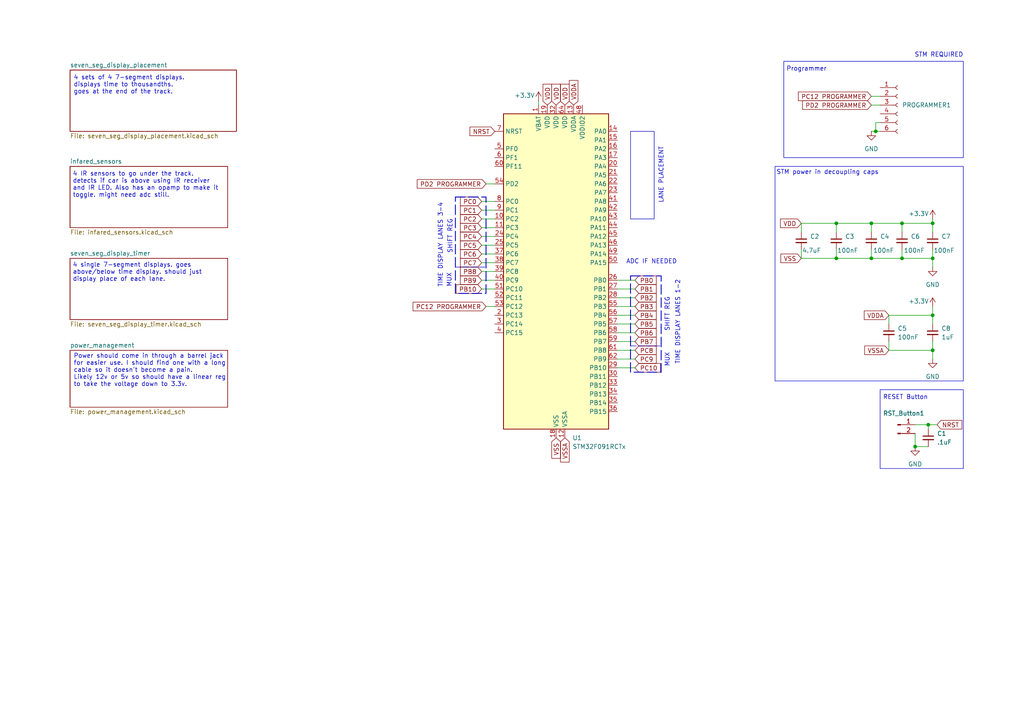
<source format=kicad_sch>
(kicad_sch (version 20231120) (generator "eeschema") (generator_version "8.0")
  (paper "A4")
  (lib_symbols
    (symbol "Connector:Conn_01x02_Pin" (pin_names (offset 1.016) hide)
      (property "Reference" "J" (at 0 2.54 0))
      (property "Value" "Conn_01x02_Pin" (at 0 -5.08 0))
      (symbol "Conn_01x02_Pin_1_1"
        (polyline (pts (xy 1.27 -2.54) (xy 0.8636 -2.54)) (stroke (width 0.1524)))
        (polyline (pts (xy 1.27 0) (xy 0.8636 0)) (stroke (width 0.1524)))
        (rectangle (start 0.8636 -2.413) (end 0 -2.667) (stroke (width 0.1524)) (fill (type outline)))
        (rectangle (start 0.8636 0.127) (end 0 -0.127) (stroke (width 0.1524)) (fill (type outline)))
        (pin passive line (at 5.08 0 180) (length 3.81) (name "Pin_1") (number "1"))
        (pin passive line (at 5.08 -2.54 180) (length 3.81) (name "Pin_2") (number "2"))
      )
    )
    (symbol "Connector:Conn_01x06_Socket" (pin_names (offset 1.016) hide)
      (property "Reference" "J" (at 0 7.62 0))
      (property "Value" "Conn_01x06_Socket" (at 0 -10.16 0))
      (symbol "Conn_01x06_Socket_1_1"
        (arc (start 0 -7.112) (mid -0.5058 -7.62) (end 0 -8.128) (stroke (width 0.1524)))
        (arc (start 0 -4.572) (mid -0.5058 -5.08) (end 0 -5.588) (stroke (width 0.1524)))
        (arc (start 0 -2.032) (mid -0.5058 -2.54) (end 0 -3.048) (stroke (width 0.1524)))
        (polyline (pts (xy -1.27 -7.62) (xy -0.508 -7.62)) (stroke (width 0.1524)))
        (polyline (pts (xy -1.27 -5.08) (xy -0.508 -5.08)) (stroke (width 0.1524)))
        (polyline (pts (xy -1.27 -2.54) (xy -0.508 -2.54)) (stroke (width 0.1524)))
        (polyline (pts (xy -1.27 0) (xy -0.508 0)) (stroke (width 0.1524)))
        (polyline (pts (xy -1.27 2.54) (xy -0.508 2.54)) (stroke (width 0.1524)))
        (polyline (pts (xy -1.27 5.08) (xy -0.508 5.08)) (stroke (width 0.1524)))
        (arc (start 0 0.508) (mid -0.5058 0) (end 0 -0.508) (stroke (width 0.1524)))
        (arc (start 0 3.048) (mid -0.5058 2.54) (end 0 2.032) (stroke (width 0.1524)))
        (arc (start 0 5.588) (mid -0.5058 5.08) (end 0 4.572) (stroke (width 0.1524)))
        (pin passive line (at -5.08 5.08 0) (length 3.81) (name "Pin_1") (number "1"))
        (pin passive line (at -5.08 2.54 0) (length 3.81) (name "Pin_2") (number "2"))
        (pin passive line (at -5.08 0 0) (length 3.81) (name "Pin_3") (number "3"))
        (pin passive line (at -5.08 -2.54 0) (length 3.81) (name "Pin_4") (number "4"))
        (pin passive line (at -5.08 -5.08 0) (length 3.81) (name "Pin_5") (number "5"))
        (pin passive line (at -5.08 -7.62 0) (length 3.81) (name "Pin_6") (number "6"))
      )
    )
    (symbol "Device:C_Small" (pin_numbers hide) (pin_names (offset 0.254) hide)
      (property "Reference" "C" (at 0.254 1.778 0))
      (property "Value" "C_Small" (at 0.254 -2.032 0))
      (symbol "C_Small_0_1"
        (polyline (pts (xy -1.524 -0.508) (xy 1.524 -0.508)) (stroke (width 0.3302)))
        (polyline (pts (xy -1.524 0.508) (xy 1.524 0.508)) (stroke (width 0.3048)))
      )
      (symbol "C_Small_1_1"
        (pin passive line (at 0 2.54 270) (length 2.032) (name "~") (number "1"))
        (pin passive line (at 0 -2.54 90) (length 2.032) (name "~") (number "2"))
      )
    )
    (symbol "MCU_ST_STM32F0:STM32F091RCTx"
      (property "Reference" "U" (at -15.24 46.99 0))
      (property "Value" "STM32F091RCTx" (at 10.16 46.99 0))
      (symbol "STM32F091RCTx_0_1"
        (rectangle (start -15.24 -45.72) (end 15.24 45.72) (stroke (width 0.254)) (fill (type background)))
      )
      (symbol "STM32F091RCTx_1_1"
        (pin power_in line (at -5.08 48.26 270) (length 2.54) (name "VBAT") (number "1"))
        (pin bidirectional line (at -17.78 15.24 0) (length 2.54) (name "PC2") (number "10"))
        (pin bidirectional line (at -17.78 12.7 0) (length 2.54) (name "PC3") (number "11"))
        (pin power_in line (at 2.54 -48.26 90) (length 2.54) (name "VSSA") (number "12"))
        (pin power_in line (at 5.08 48.26 270) (length 2.54) (name "VDDA") (number "13"))
        (pin bidirectional line (at 17.78 40.64 180) (length 2.54) (name "PA0") (number "14"))
        (pin bidirectional line (at 17.78 38.1 180) (length 2.54) (name "PA1") (number "15"))
        (pin bidirectional line (at 17.78 35.56 180) (length 2.54) (name "PA2") (number "16"))
        (pin bidirectional line (at 17.78 33.02 180) (length 2.54) (name "PA3") (number "17"))
        (pin power_in line (at 0 -48.26 90) (length 2.54) (name "VSS") (number "18"))
        (pin power_in line (at -2.54 48.26 270) (length 2.54) (name "VDD") (number "19"))
        (pin bidirectional line (at -17.78 -12.7 0) (length 2.54) (name "PC13") (number "2"))
        (pin bidirectional line (at 17.78 30.48 180) (length 2.54) (name "PA4") (number "20"))
        (pin bidirectional line (at 17.78 27.94 180) (length 2.54) (name "PA5") (number "21"))
        (pin bidirectional line (at 17.78 25.4 180) (length 2.54) (name "PA6") (number "22"))
        (pin bidirectional line (at 17.78 22.86 180) (length 2.54) (name "PA7") (number "23"))
        (pin bidirectional line (at -17.78 10.16 0) (length 2.54) (name "PC4") (number "24"))
        (pin bidirectional line (at -17.78 7.62 0) (length 2.54) (name "PC5") (number "25"))
        (pin bidirectional line (at 17.78 -2.54 180) (length 2.54) (name "PB0") (number "26"))
        (pin bidirectional line (at 17.78 -5.08 180) (length 2.54) (name "PB1") (number "27"))
        (pin bidirectional line (at 17.78 -7.62 180) (length 2.54) (name "PB2") (number "28"))
        (pin bidirectional line (at 17.78 -27.94 180) (length 2.54) (name "PB10") (number "29"))
        (pin bidirectional line (at -17.78 -15.24 0) (length 2.54) (name "PC14") (number "3"))
        (pin bidirectional line (at 17.78 -30.48 180) (length 2.54) (name "PB11") (number "30"))
        (pin passive line (at 0 -48.26 90) (length 2.54) hide (name "VSS") (number "31"))
        (pin power_in line (at 0 48.26 270) (length 2.54) (name "VDD") (number "32"))
        (pin bidirectional line (at 17.78 -33.02 180) (length 2.54) (name "PB12") (number "33"))
        (pin bidirectional line (at 17.78 -35.56 180) (length 2.54) (name "PB13") (number "34"))
        (pin bidirectional line (at 17.78 -38.1 180) (length 2.54) (name "PB14") (number "35"))
        (pin bidirectional line (at 17.78 -40.64 180) (length 2.54) (name "PB15") (number "36"))
        (pin bidirectional line (at -17.78 5.08 0) (length 2.54) (name "PC6") (number "37"))
        (pin bidirectional line (at -17.78 2.54 0) (length 2.54) (name "PC7") (number "38"))
        (pin bidirectional line (at -17.78 0 0) (length 2.54) (name "PC8") (number "39"))
        (pin bidirectional line (at -17.78 -17.78 0) (length 2.54) (name "PC15") (number "4"))
        (pin bidirectional line (at -17.78 -2.54 0) (length 2.54) (name "PC9") (number "40"))
        (pin bidirectional line (at 17.78 20.32 180) (length 2.54) (name "PA8") (number "41"))
        (pin bidirectional line (at 17.78 17.78 180) (length 2.54) (name "PA9") (number "42"))
        (pin bidirectional line (at 17.78 15.24 180) (length 2.54) (name "PA10") (number "43"))
        (pin bidirectional line (at 17.78 12.7 180) (length 2.54) (name "PA11") (number "44"))
        (pin bidirectional line (at 17.78 10.16 180) (length 2.54) (name "PA12") (number "45"))
        (pin bidirectional line (at 17.78 7.62 180) (length 2.54) (name "PA13") (number "46"))
        (pin passive line (at 0 -48.26 90) (length 2.54) hide (name "VSS") (number "47"))
        (pin power_in line (at 7.62 48.26 270) (length 2.54) (name "VDDIO2") (number "48"))
        (pin bidirectional line (at 17.78 5.08 180) (length 2.54) (name "PA14") (number "49"))
        (pin bidirectional line (at -17.78 35.56 0) (length 2.54) (name "PF0") (number "5"))
        (pin bidirectional line (at 17.78 2.54 180) (length 2.54) (name "PA15") (number "50"))
        (pin bidirectional line (at -17.78 -5.08 0) (length 2.54) (name "PC10") (number "51"))
        (pin bidirectional line (at -17.78 -7.62 0) (length 2.54) (name "PC11") (number "52"))
        (pin bidirectional line (at -17.78 -10.16 0) (length 2.54) (name "PC12") (number "53"))
        (pin bidirectional line (at -17.78 25.4 0) (length 2.54) (name "PD2") (number "54"))
        (pin bidirectional line (at 17.78 -10.16 180) (length 2.54) (name "PB3") (number "55"))
        (pin bidirectional line (at 17.78 -12.7 180) (length 2.54) (name "PB4") (number "56"))
        (pin bidirectional line (at 17.78 -15.24 180) (length 2.54) (name "PB5") (number "57"))
        (pin bidirectional line (at 17.78 -17.78 180) (length 2.54) (name "PB6") (number "58"))
        (pin bidirectional line (at 17.78 -20.32 180) (length 2.54) (name "PB7") (number "59"))
        (pin bidirectional line (at -17.78 33.02 0) (length 2.54) (name "PF1") (number "6"))
        (pin bidirectional line (at -17.78 30.48 0) (length 2.54) (name "PF11") (number "60"))
        (pin bidirectional line (at 17.78 -22.86 180) (length 2.54) (name "PB8") (number "61"))
        (pin bidirectional line (at 17.78 -25.4 180) (length 2.54) (name "PB9") (number "62"))
        (pin passive line (at 0 -48.26 90) (length 2.54) hide (name "VSS") (number "63"))
        (pin power_in line (at 2.54 48.26 270) (length 2.54) (name "VDD") (number "64"))
        (pin input line (at -17.78 40.64 0) (length 2.54) (name "NRST") (number "7"))
        (pin bidirectional line (at -17.78 20.32 0) (length 2.54) (name "PC0") (number "8"))
        (pin bidirectional line (at -17.78 17.78 0) (length 2.54) (name "PC1") (number "9"))
      )
    )
    (symbol "power:+3.3V" (power) (pin_numbers hide) (pin_names (offset 0) hide)
      (property "Value" "+3.3V" (at 0 3.556 0))
      (symbol "+3.3V_0_1"
        (polyline (pts (xy -0.762 1.27) (xy 0 2.54)))
        (polyline (pts (xy 0 0) (xy 0 2.54)))
        (polyline (pts (xy 0 2.54) (xy 0.762 1.27)))
      )
      (symbol "+3.3V_1_1"
        (pin power_in line (at 0 0 90) (length 0) (name "~") (number "1"))
      )
    )
    (symbol "power:GND" (power) (pin_numbers hide) (pin_names (offset 0) hide)
      (property "Value" "GND" (at 0 -3.81 0))
      (symbol "GND_0_1"
        (polyline (pts (xy 0 0) (xy 0 -1.27) (xy 1.27 -1.27) (xy 0 -2.54) (xy -1.27 -1.27) (xy 0 -1.27)))
      )
      (symbol "GND_1_1"
        (pin power_in line (at 0 0 270) (length 0) (name "~") (number "1"))
      )
    )
  )
  (junction (at 270.51 64.77))
  (junction (at 270.51 74.93))
  (junction (at 254 38.1))
  (junction (at 261.62 64.77))
  (junction (at 261.62 74.93))
  (junction (at 252.73 74.93))
  (junction (at 269.24 123.19))
  (junction (at 252.73 64.77))
  (junction (at 270.51 91.44))
  (junction (at 242.57 64.77))
  (junction (at 265.43 129.54))
  (junction (at 242.57 74.93))
  (junction (at 270.51 101.6))
  (wire (pts (xy 242.57 74.93) (xy 252.73 74.93)))
  (wire (pts (xy 270.51 74.93) (xy 270.51 72.39)))
  (wire (pts (xy 156.21 29.21) (xy 156.21 30.48)))
  (wire (pts (xy 270.51 74.93) (xy 270.51 77.47)))
  (polyline (pts (xy 182.88 100.33) (xy 191.77 100.33)) (stroke (width 0) (type dash)))
  (wire (pts (xy 252.73 64.77) (xy 261.62 64.77)))
  (wire (pts (xy 257.81 99.06) (xy 257.81 101.6)))
  (wire (pts (xy 184.15 83.82) (xy 179.07 83.82)))
  (wire (pts (xy 261.62 64.77) (xy 270.51 64.77)))
  (wire (pts (xy 252.73 64.77) (xy 252.73 67.31)))
  (wire (pts (xy 139.7 71.12) (xy 143.51 71.12)))
  (wire (pts (xy 257.81 91.44) (xy 257.81 93.98)))
  (wire (pts (xy 252.73 38.1) (xy 254 38.1)))
  (wire (pts (xy 139.7 76.2) (xy 143.51 76.2)))
  (wire (pts (xy 232.41 67.31) (xy 232.41 64.77)))
  (wire (pts (xy 140.97 88.9) (xy 143.51 88.9)))
  (wire (pts (xy 257.81 91.44) (xy 270.51 91.44)))
  (wire (pts (xy 252.73 30.48) (xy 255.27 30.48)))
  (wire (pts (xy 269.24 124.46) (xy 269.24 123.19)))
  (wire (pts (xy 184.15 99.06) (xy 179.07 99.06)))
  (wire (pts (xy 270.51 99.06) (xy 270.51 101.6)))
  (wire (pts (xy 184.15 93.98) (xy 179.07 93.98)))
  (wire (pts (xy 270.51 91.44) (xy 270.51 93.98)))
  (wire (pts (xy 261.62 72.39) (xy 261.62 74.93)))
  (wire (pts (xy 184.15 101.6) (xy 179.07 101.6)))
  (wire (pts (xy 184.15 104.14) (xy 179.07 104.14)))
  (wire (pts (xy 232.41 72.39) (xy 232.41 74.93)))
  (wire (pts (xy 261.62 64.77) (xy 261.62 67.31)))
  (wire (pts (xy 265.43 129.54) (xy 265.43 125.73)))
  (wire (pts (xy 252.73 72.39) (xy 252.73 74.93)))
  (wire (pts (xy 269.24 129.54) (xy 265.43 129.54)))
  (wire (pts (xy 139.7 83.82) (xy 143.51 83.82)))
  (wire (pts (xy 184.15 86.36) (xy 179.07 86.36)))
  (wire (pts (xy 254 35.56) (xy 255.27 35.56)))
  (wire (pts (xy 140.97 53.34) (xy 143.51 53.34)))
  (polyline (pts (xy 132.08 77.47) (xy 140.97 77.47)) (stroke (width 0) (type dash)))
  (wire (pts (xy 270.51 63.5) (xy 270.51 64.77)))
  (wire (pts (xy 270.51 101.6) (xy 257.81 101.6)))
  (wire (pts (xy 270.51 104.14) (xy 270.51 101.6)))
  (wire (pts (xy 139.7 78.74) (xy 143.51 78.74)))
  (wire (pts (xy 242.57 64.77) (xy 242.57 67.31)))
  (wire (pts (xy 232.41 64.77) (xy 242.57 64.77)))
  (wire (pts (xy 254 38.1) (xy 255.27 38.1)))
  (wire (pts (xy 139.7 68.58) (xy 143.51 68.58)))
  (wire (pts (xy 139.7 60.96) (xy 143.51 60.96)))
  (wire (pts (xy 254 35.56) (xy 254 38.1)))
  (wire (pts (xy 261.62 74.93) (xy 270.51 74.93)))
  (wire (pts (xy 184.15 91.44) (xy 179.07 91.44)))
  (wire (pts (xy 232.41 74.93) (xy 242.57 74.93)))
  (wire (pts (xy 242.57 72.39) (xy 242.57 74.93)))
  (wire (pts (xy 184.15 81.28) (xy 179.07 81.28)))
  (wire (pts (xy 242.57 64.77) (xy 252.73 64.77)))
  (wire (pts (xy 252.73 27.94) (xy 255.27 27.94)))
  (wire (pts (xy 139.7 73.66) (xy 143.51 73.66)))
  (wire (pts (xy 184.15 96.52) (xy 179.07 96.52)))
  (wire (pts (xy 139.7 66.04) (xy 143.51 66.04)))
  (wire (pts (xy 252.73 74.93) (xy 261.62 74.93)))
  (wire (pts (xy 184.15 88.9) (xy 179.07 88.9)))
  (wire (pts (xy 184.15 106.68) (xy 179.07 106.68)))
  (wire (pts (xy 139.7 63.5) (xy 143.51 63.5)))
  (wire (pts (xy 269.24 123.19) (xy 265.43 123.19)))
  (wire (pts (xy 139.7 81.28) (xy 143.51 81.28)))
  (wire (pts (xy 270.51 88.9) (xy 270.51 91.44)))
  (wire (pts (xy 269.24 123.19) (xy 271.78 123.19)))
  (wire (pts (xy 139.7 58.42) (xy 143.51 58.42)))
  (wire (pts (xy 270.51 64.77) (xy 270.51 67.31)))
  (rectangle (start 227.33 17.78) (end 279.4 45.72))
  (rectangle (start 132.08 57.15) (end 140.97 85.09) (stroke (width 0.254) (type dash)))
  (rectangle (start 182.88 80.01) (end 191.77 107.95) (stroke (width 0.254) (type dash)))
  (rectangle (start 255.27 113.03) (end 279.4 135.89))
  (rectangle (start 182.88 38.1) (end 189.738 63.5))
  (rectangle (start 224.79 48.26) (end 279.4 110.49))
  (text "Power should come in through a barrel jack \nfor easier use. I should find one with a long\ncable so it doesn't become a pain. \nLikely 12v or 5v so should have a linear reg\nto take the voltage down to 3.3v." (at 21.336 107.442 0) (effects (font (size 1.27 1.27)) (justify left)))
  (text "Programmer\n" (at 233.934 20.066 0) (effects (font (size 1.27 1.27))))
  (text "4 single 7-segment displays. goes \nabove/below time display. should just \ndisplay place of each lane." (at 21.082 78.994 0) (effects (font (size 1.27 1.27)) (justify left)))
  (text "SHIFT REG" (at 193.548 91.186 90) (effects (font (size 1.27 1.27))))
  (text "TIME DISPLAY LANES 1-2" (at 196.596 93.472 90) (effects (font (size 1.27 1.27))))
  (text "STM REQUIRED" (at 279.4 16.002 0) (effects (font (size 1.27 1.27)) (justify right)))
  (text "4 sets of 4 7-segment displays. \ndisplays time to thousandths. \ngoes at the end of the track." (at 21.336 24.638 0) (effects (font (size 1.27 1.27)) (justify left)))
  (text "4 IR sensors to go under the track. \ndetects if car is above using IR receiver \nand IR LED. Also has an opamp to make it \ntoggle. might need adc still." (at 21.082 53.594 0) (effects (font (size 1.27 1.27)) (justify left)))
  (text "ADC IF NEEDED" (at 188.976 75.946 0) (effects (font (size 1.27 1.27))))
  (text "MUX" (at 193.548 104.394 90) (effects (font (size 1.27 1.27))))
  (text "TIME DISPLAY LANES 3-4" (at 127.762 71.12 90) (effects (font (size 1.27 1.27))))
  (text "LANE PLACEMENT" (at 191.77 50.8 90) (effects (font (size 1.27 1.27))))
  (text "MUX" (at 130.302 81.28 90) (effects (font (size 1.27 1.27))))
  (text "RESET Button" (at 262.636 115.316 0) (effects (font (size 1.27 1.27))))
  (text "STM power in decoupling caps" (at 240.03 50.038 0) (effects (font (size 1.27 1.27))))
  (text "SHIFT REG" (at 130.556 68.58 90) (effects (font (size 1.27 1.27))))
  (global_label "VDDA" (shape input) (at 166.37 30.48 90) (property "Intersheetrefs" "${INTERSHEET_REFS}" (effects (hide yes))))
  (global_label "NRST" (shape input) (at 271.78 123.19 0) (property "Intersheetrefs" "${INTERSHEET_REFS}" (effects (hide yes))))
  (global_label "VSS" (shape input) (at 232.41 74.93 180) (property "Intersheetrefs" "${INTERSHEET_REFS}" (effects (hide yes))))
  (global_label "PB5" (shape input) (at 184.15 93.98 0) (property "Intersheetrefs" "${INTERSHEET_REFS}" (effects (hide yes))))
  (global_label "PC12 PROGRAMMER" (shape input) (at 140.97 88.9 180) (property "Intersheetrefs" "${INTERSHEET_REFS}" (effects (hide yes))))
  (global_label "PC5" (shape input) (at 139.7 71.12 180) (property "Intersheetrefs" "${INTERSHEET_REFS}" (effects (hide yes))))
  (global_label "PB6" (shape input) (at 184.15 96.52 0) (property "Intersheetrefs" "${INTERSHEET_REFS}" (effects (hide yes))))
  (global_label "VDDA" (shape input) (at 257.81 91.44 180) (property "Intersheetrefs" "${INTERSHEET_REFS}" (effects (hide yes))))
  (global_label "VSS" (shape input) (at 161.29 127 270) (property "Intersheetrefs" "${INTERSHEET_REFS}" (effects (hide yes))))
  (global_label "PB7" (shape input) (at 184.15 99.06 0) (property "Intersheetrefs" "${INTERSHEET_REFS}" (effects (hide yes))))
  (global_label "PB2" (shape input) (at 184.15 86.36 0) (property "Intersheetrefs" "${INTERSHEET_REFS}" (effects (hide yes))))
  (global_label "PC12 PROGRAMMER" (shape input) (at 252.73 27.94 180) (property "Intersheetrefs" "${INTERSHEET_REFS}" (effects (hide yes))))
  (global_label "PC2" (shape input) (at 139.7 63.5 180) (property "Intersheetrefs" "${INTERSHEET_REFS}" (effects (hide yes))))
  (global_label "PD2 PROGRAMMER" (shape input) (at 252.73 30.48 180) (property "Intersheetrefs" "${INTERSHEET_REFS}" (effects (hide yes))))
  (global_label "PC1" (shape input) (at 139.7 60.96 180) (property "Intersheetrefs" "${INTERSHEET_REFS}" (effects (hide yes))))
  (global_label "PC9" (shape input) (at 184.15 104.14 0) (property "Intersheetrefs" "${INTERSHEET_REFS}" (effects (hide yes))))
  (global_label "PB8" (shape input) (at 139.7 78.74 180) (property "Intersheetrefs" "${INTERSHEET_REFS}" (effects (hide yes))))
  (global_label "PC3" (shape input) (at 139.7 66.04 180) (property "Intersheetrefs" "${INTERSHEET_REFS}" (effects (hide yes))))
  (global_label "VDD" (shape input) (at 158.75 30.48 90) (property "Intersheetrefs" "${INTERSHEET_REFS}" (effects (hide yes))))
  (global_label "VSSA" (shape input) (at 163.83 127 270) (property "Intersheetrefs" "${INTERSHEET_REFS}" (effects (hide yes))))
  (global_label "PC6" (shape input) (at 139.7 73.66 180) (property "Intersheetrefs" "${INTERSHEET_REFS}" (effects (hide yes))))
  (global_label "VSSA" (shape input) (at 257.81 101.6 180) (property "Intersheetrefs" "${INTERSHEET_REFS}" (effects (hide yes))))
  (global_label "VDD" (shape input) (at 232.41 64.77 180) (property "Intersheetrefs" "${INTERSHEET_REFS}" (effects (hide yes))))
  (global_label "PB0" (shape input) (at 184.15 81.28 0) (property "Intersheetrefs" "${INTERSHEET_REFS}" (effects (hide yes))))
  (global_label "VDD" (shape input) (at 163.83 30.48 90) (property "Intersheetrefs" "${INTERSHEET_REFS}" (effects (hide yes))))
  (global_label "PB4" (shape input) (at 184.15 91.44 0) (property "Intersheetrefs" "${INTERSHEET_REFS}" (effects (hide yes))))
  (global_label "PC0" (shape input) (at 139.7 58.42 180) (property "Intersheetrefs" "${INTERSHEET_REFS}" (effects (hide yes))))
  (global_label "NRST" (shape input) (at 143.51 38.1 180) (property "Intersheetrefs" "${INTERSHEET_REFS}" (effects (hide yes))))
  (global_label "VDD" (shape input) (at 161.29 30.48 90) (property "Intersheetrefs" "${INTERSHEET_REFS}" (effects (hide yes))))
  (global_label "PC4" (shape input) (at 139.7 68.58 180) (property "Intersheetrefs" "${INTERSHEET_REFS}" (effects (hide yes))))
  (global_label "PB3" (shape input) (at 184.15 88.9 0) (property "Intersheetrefs" "${INTERSHEET_REFS}" (effects (hide yes))))
  (global_label "PC7" (shape input) (at 139.7 76.2 180) (property "Intersheetrefs" "${INTERSHEET_REFS}" (effects (hide yes))))
  (global_label "PC8" (shape input) (at 184.15 101.6 0) (property "Intersheetrefs" "${INTERSHEET_REFS}" (effects (hide yes))))
  (global_label "PB9" (shape input) (at 139.7 81.28 180) (property "Intersheetrefs" "${INTERSHEET_REFS}" (effects (hide yes))))
  (global_label "PB10" (shape input) (at 139.7 83.82 180) (property "Intersheetrefs" "${INTERSHEET_REFS}" (effects (hide yes))))
  (global_label "PB1" (shape input) (at 184.15 83.82 0) (property "Intersheetrefs" "${INTERSHEET_REFS}" (effects (hide yes))))
  (global_label "PC10" (shape input) (at 184.15 106.68 0) (property "Intersheetrefs" "${INTERSHEET_REFS}" (effects (hide yes))))
  (global_label "PD2 PROGRAMMER" (shape input) (at 140.97 53.34 180) (property "Intersheetrefs" "${INTERSHEET_REFS}" (effects (hide yes))))
  (symbol (lib_id "power:+3.3V") (at 156.21 29.21 0) (unit 1)
    (property "Reference" "#PWR059" (effects (hide yes)))
    (property "Value" "+3.3V" (at 152.146 27.686 0))
    (property "Description" "Power symbol creates a global label with name \"+3.3V\"" (effects (hide yes)))
  )
  (symbol (lib_id "Connector:Conn_01x06_Socket") (at 260.35 30.48 0) (unit 1)
    (property "Reference" "PROGRAMMER1" (at 261.62 30.4799 0) (effects (justify left)))
    (property "Value" "PROGRAMMER" (effects (hide yes)))
    (property "Footprint" "Connector_PinHeader_2.54mm:PinHeader_1x06_P2.54mm_Vertical" (effects (hide yes)))
    (property "Description" "Generic connector, single row, 01x06, script generated" (effects (hide yes)))
  )
  (symbol (lib_id "power:GND") (at 265.43 129.54 0) (unit 1)
    (property "Reference" "#PWR054" (effects (hide yes)))
    (property "Value" "GND" (at 265.43 134.62 0))
    (property "Description" "Power symbol creates a global label with name \"GND\" , ground" (effects (hide yes)))
  )
  (symbol (lib_id "power:+3.3V") (at 270.51 88.9 0) (unit 1)
    (property "Reference" "#PWR057" (effects (hide yes)))
    (property "Value" "+3.3V" (at 266.446 87.376 0))
    (property "Description" "Power symbol creates a global label with name \"+3.3V\"" (effects (hide yes)))
  )
  (symbol (lib_id "Device:C_Small") (at 269.24 127 0) (unit 1)
    (property "Reference" "C1" (at 271.78 125.7362 0) (effects (justify left)))
    (property "Value" ".1uF" (at 271.78 128.2762 0) (effects (justify left)))
    (property "Footprint" "Capacitor_SMD:C_0805_2012Metric_Pad1.18x1.45mm_HandSolder" (effects (hide yes)))
    (property "Description" "Unpolarized capacitor, small symbol" (effects (hide yes)))
  )
  (symbol (lib_id "power:GND") (at 270.51 104.14 0) (unit 1)
    (property "Reference" "#PWR058" (effects (hide yes)))
    (property "Value" "GND" (at 270.51 109.22 0))
    (property "Description" "Power symbol creates a global label with name \"GND\" , ground" (effects (hide yes)))
  )
  (symbol (lib_id "MCU_ST_STM32F0:STM32F091RCTx") (at 161.29 78.74 0) (unit 1)
    (property "Reference" "U1" (at 166.0241 127 0) (effects (justify left)))
    (property "Value" "STM32F091RCTx" (at 166.0241 129.54 0) (effects (justify left)))
    (property "Footprint" "Package_QFP:LQFP-64_10x10mm_P0.5mm" (effects (hide yes)))
    (property "Datasheet" "https://www.st.com/resource/en/datasheet/stm32f091rc.pdf" (effects (hide yes)))
    (property "Description" "STMicroelectronics Arm Cortex-M0 MCU, 256KB flash, 32KB RAM, 48 MHz, 2.0-3.6V, 52 GPIO, LQFP64" (effects (hide yes)))
  )
  (symbol (lib_id "Device:C_Small") (at 232.41 69.85 0) (unit 1)
    (property "Reference" "C2" (at 234.95 68.5862 0) (effects (justify left)))
    (property "Value" "4.7uF" (at 232.664 72.644 0) (effects (justify left)))
    (property "Footprint" "Capacitor_SMD:C_0805_2012Metric_Pad1.18x1.45mm_HandSolder" (effects (hide yes)))
    (property "Description" "Unpolarized capacitor, small symbol" (effects (hide yes)))
  )
  (symbol (lib_id "Device:C_Small") (at 252.73 69.85 0) (unit 1)
    (property "Reference" "C4" (at 255.27 68.5862 0) (effects (justify left)))
    (property "Value" "100nF" (at 253.238 72.644 0) (effects (justify left)))
    (property "Footprint" "Capacitor_SMD:C_0805_2012Metric_Pad1.18x1.45mm_HandSolder" (effects (hide yes)))
    (property "Description" "Unpolarized capacitor, small symbol" (effects (hide yes)))
  )
  (symbol (lib_id "Device:C_Small") (at 261.62 69.85 0) (unit 1)
    (property "Reference" "C6" (at 264.16 68.5862 0) (effects (justify left)))
    (property "Value" "100nF" (at 262.128 72.644 0) (effects (justify left)))
    (property "Footprint" "Capacitor_SMD:C_0805_2012Metric_Pad1.18x1.45mm_HandSolder" (effects (hide yes)))
    (property "Description" "Unpolarized capacitor, small symbol" (effects (hide yes)))
  )
  (symbol (lib_id "power:GND") (at 270.51 77.47 0) (unit 1)
    (property "Reference" "#PWR056" (effects (hide yes)))
    (property "Value" "GND" (at 270.51 82.55 0))
    (property "Description" "Power symbol creates a global label with name \"GND\" , ground" (effects (hide yes)))
  )
  (symbol (lib_id "Device:C_Small") (at 270.51 69.85 0) (unit 1)
    (property "Reference" "C7" (at 273.05 68.5862 0) (effects (justify left)))
    (property "Value" "100nF" (at 270.764 72.644 0) (effects (justify left)))
    (property "Footprint" "Capacitor_SMD:C_0805_2012Metric_Pad1.18x1.45mm_HandSolder" (effects (hide yes)))
    (property "Description" "Unpolarized capacitor, small symbol" (effects (hide yes)))
  )
  (symbol (lib_id "Device:C_Small") (at 270.51 96.52 0) (unit 1)
    (property "Reference" "C8" (at 273.05 95.2562 0) (effects (justify left)))
    (property "Value" "1uF" (at 273.05 97.7962 0) (effects (justify left)))
    (property "Footprint" "Capacitor_SMD:C_0805_2012Metric_Pad1.18x1.45mm_HandSolder" (effects (hide yes)))
    (property "Description" "Unpolarized capacitor, small symbol" (effects (hide yes)))
  )
  (symbol (lib_id "power:+3.3V") (at 270.51 63.5 0) (unit 1)
    (property "Reference" "#PWR055" (effects (hide yes)))
    (property "Value" "+3.3V" (at 266.446 61.976 0))
    (property "Description" "Power symbol creates a global label with name \"+3.3V\"" (effects (hide yes)))
  )
  (symbol (lib_id "Device:C_Small") (at 257.81 96.52 0) (unit 1)
    (property "Reference" "C5" (at 260.35 95.2562 0) (effects (justify left)))
    (property "Value" "100nF" (at 260.35 97.7962 0) (effects (justify left)))
    (property "Footprint" "Capacitor_SMD:C_0805_2012Metric_Pad1.18x1.45mm_HandSolder" (effects (hide yes)))
    (property "Description" "Unpolarized capacitor, small symbol" (effects (hide yes)))
  )
  (symbol (lib_id "power:GND") (at 252.73 38.1 0) (unit 1)
    (property "Reference" "#PWR053" (effects (hide yes)))
    (property "Value" "GND" (at 252.73 43.18 0))
    (property "Description" "Power symbol creates a global label with name \"GND\" , ground" (effects (hide yes)))
  )
  (symbol (lib_id "Device:C_Small") (at 242.57 69.85 0) (unit 1)
    (property "Reference" "C3" (at 245.11 68.5862 0) (effects (justify left)))
    (property "Value" "100nF" (at 242.824 72.644 0) (effects (justify left)))
    (property "Footprint" "Capacitor_SMD:C_0805_2012Metric_Pad1.18x1.45mm_HandSolder" (effects (hide yes)))
    (property "Description" "Unpolarized capacitor, small symbol" (effects (hide yes)))
  )
  (symbol (lib_id "Connector:Conn_01x02_Pin") (at 260.35 123.19 0) (unit 1)
    (property "Reference" "RST_Button1" (at 262.128 119.888 0))
    (property "Value" "RESET" (effects (hide yes)))
    (property "Footprint" "Button_Switch_SMD:SW_SPST_CK_RS282G05A3" (effects (hide yes)))
    (property "Description" "Generic connector, single row, 01x02, script generated" (effects (hide yes)))
  )
  (sheet (at 20.32 101.6) (size 45.72 16.51) (stroke (width 0.1524))
    (property "Sheetname" "power_management" (at 20.32 100.8884 0) (effects (justify left bottom)))
    (property "Sheetfile" "power_management.kicad_sch" (at 20.32 118.6946 0) (effects (justify left top)))
  )
  (sheet (at 20.32 74.93) (size 45.72 17.78) (stroke (width 0.1524))
    (property "Sheetname" "seven_seg_display_timer" (at 20.32 74.2184 0) (effects (justify left bottom)))
    (property "Sheetfile" "seven_seg_display_timer.kicad_sch" (at 20.32 93.2946 0) (effects (justify left top)))
  )
  (sheet (at 20.32 20.32) (size 48.26 17.78) (stroke (width 0.1524))
    (property "Sheetname" "seven_seg_display_placement" (at 20.32 19.6084 0) (effects (justify left bottom)))
    (property "Sheetfile" "seven_seg_display_placement.kicad_sch" (at 20.32 38.6846 0) (effects (justify left top)))
  )
  (sheet (at 20.32 48.26) (size 45.72 17.78) (stroke (width 0.1524))
    (property "Sheetname" "infared_sensors" (at 20.32 47.5484 0) (effects (justify left bottom)))
    (property "Sheetfile" "infared_sensors.kicad_sch" (at 20.32 66.6246 0) (effects (justify left top)))
  )
)
</source>
